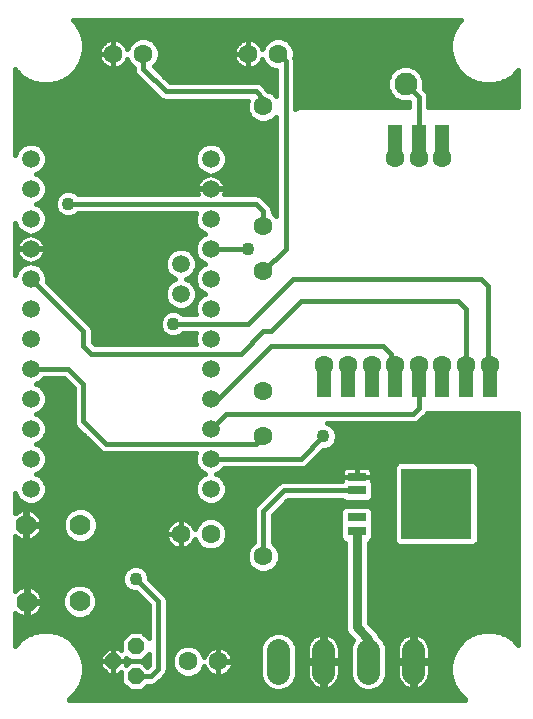
<source format=gtl>
G75*
%MOIN*%
%OFA0B0*%
%FSLAX25Y25*%
%IPPOS*%
%LPD*%
%AMOC8*
5,1,8,0,0,1.08239X$1,22.5*
%
%ADD10C,0.06299*%
%ADD11C,0.07000*%
%ADD12C,0.07600*%
%ADD13R,0.05000X0.10000*%
%ADD14R,0.06299X0.03150*%
%ADD15R,0.23622X0.23622*%
%ADD16OC8,0.05200*%
%ADD17C,0.06300*%
%ADD18C,0.05937*%
%ADD19C,0.07500*%
%ADD20C,0.04331*%
%ADD21C,0.01575*%
%ADD22C,0.01969*%
%ADD23C,0.03150*%
D10*
X0061787Y0061787D03*
X0071787Y0061787D03*
X0074287Y0019287D03*
X0064287Y0019287D03*
X0109661Y0118224D03*
X0117535Y0118224D03*
X0125409Y0118224D03*
X0133283Y0118224D03*
X0141157Y0118224D03*
X0149031Y0118224D03*
X0156906Y0118224D03*
X0164780Y0118224D03*
X0149031Y0187122D03*
X0141157Y0187122D03*
X0133283Y0187122D03*
X0094287Y0221787D03*
X0084287Y0221787D03*
X0049287Y0221787D03*
X0039287Y0221787D03*
D11*
X0028269Y0064774D03*
X0010237Y0064774D03*
X0010434Y0039183D03*
X0028072Y0039380D03*
D12*
X0136787Y0211787D03*
D13*
X0133283Y0193028D03*
X0141157Y0193028D03*
X0149031Y0193028D03*
X0149031Y0112319D03*
X0156906Y0112319D03*
X0164780Y0112319D03*
X0141157Y0112319D03*
X0133283Y0112319D03*
X0125409Y0112319D03*
X0117535Y0112319D03*
X0109661Y0112319D03*
D14*
X0120488Y0080764D03*
X0120488Y0076276D03*
X0120488Y0067299D03*
X0120488Y0062811D03*
D15*
X0146906Y0071787D03*
D16*
X0046787Y0024287D03*
X0039287Y0019287D03*
X0046787Y0014287D03*
D17*
X0089287Y0054287D03*
X0089287Y0094287D03*
X0089287Y0109287D03*
X0089287Y0149287D03*
X0089287Y0164287D03*
X0089287Y0204287D03*
D18*
X0071787Y0186787D03*
X0071787Y0176787D03*
X0071787Y0166787D03*
X0071787Y0156787D03*
X0071787Y0146787D03*
X0071787Y0136787D03*
X0071787Y0126787D03*
X0071787Y0116787D03*
X0071787Y0106787D03*
X0071787Y0096787D03*
X0071787Y0086787D03*
X0071787Y0076787D03*
X0061787Y0141787D03*
X0061787Y0151787D03*
X0011787Y0146787D03*
X0011787Y0136787D03*
X0011787Y0126787D03*
X0011787Y0116787D03*
X0011787Y0106787D03*
X0011787Y0096787D03*
X0011787Y0086787D03*
X0011787Y0076787D03*
X0011787Y0156787D03*
X0011787Y0166787D03*
X0011787Y0176787D03*
X0011787Y0186787D03*
D19*
X0094287Y0023037D02*
X0094287Y0015537D01*
X0109287Y0015537D02*
X0109287Y0023037D01*
X0124287Y0023037D02*
X0124287Y0015537D01*
X0139287Y0015537D02*
X0139287Y0023037D01*
D20*
X0139287Y0064287D03*
X0139287Y0071787D03*
X0139287Y0079287D03*
X0146787Y0079287D03*
X0146787Y0071787D03*
X0146787Y0064287D03*
X0154287Y0064287D03*
X0154287Y0071787D03*
X0154287Y0079287D03*
X0109287Y0094287D03*
X0084287Y0156787D03*
X0059287Y0131787D03*
X0024287Y0171787D03*
X0046787Y0046787D03*
D21*
X0006575Y0035565D02*
X0006575Y0024421D01*
X0006656Y0024562D01*
X0009013Y0026919D01*
X0011900Y0028586D01*
X0015120Y0029449D01*
X0018454Y0029449D01*
X0021675Y0028586D01*
X0024562Y0026919D01*
X0026919Y0024562D01*
X0028586Y0021675D01*
X0029449Y0018454D01*
X0029449Y0015120D01*
X0028586Y0011900D01*
X0026919Y0009013D01*
X0024562Y0006656D01*
X0024421Y0006575D01*
X0156653Y0006575D01*
X0156513Y0006656D01*
X0154156Y0009013D01*
X0152489Y0011900D01*
X0151626Y0015120D01*
X0151626Y0018454D01*
X0152489Y0021675D01*
X0154156Y0024562D01*
X0156513Y0026919D01*
X0159400Y0028586D01*
X0162620Y0029449D01*
X0165954Y0029449D01*
X0169175Y0028586D01*
X0172062Y0026919D01*
X0174165Y0024815D01*
X0174165Y0101925D01*
X0143849Y0101925D01*
X0143828Y0101873D01*
X0141957Y0100003D01*
X0141072Y0099117D01*
X0139914Y0098638D01*
X0110616Y0098638D01*
X0111852Y0098126D01*
X0113126Y0096852D01*
X0113815Y0095188D01*
X0113815Y0093387D01*
X0113126Y0091723D01*
X0111852Y0090449D01*
X0110188Y0089760D01*
X0109214Y0089760D01*
X0103572Y0084117D01*
X0102414Y0083638D01*
X0076177Y0083638D01*
X0074807Y0082268D01*
X0073646Y0081787D01*
X0074807Y0081307D01*
X0076307Y0079807D01*
X0077118Y0077848D01*
X0077118Y0075727D01*
X0076307Y0073768D01*
X0074807Y0072268D01*
X0072848Y0071457D01*
X0070727Y0071457D01*
X0068768Y0072268D01*
X0067268Y0073768D01*
X0066457Y0075727D01*
X0066457Y0077848D01*
X0067268Y0079807D01*
X0068768Y0081307D01*
X0069929Y0081787D01*
X0068768Y0082268D01*
X0067268Y0083768D01*
X0066457Y0085727D01*
X0066457Y0087848D01*
X0066784Y0088638D01*
X0036161Y0088638D01*
X0035003Y0089117D01*
X0034117Y0090003D01*
X0026617Y0097503D01*
X0026138Y0098661D01*
X0026138Y0110483D01*
X0022983Y0113638D01*
X0016177Y0113638D01*
X0014807Y0112268D01*
X0013646Y0111787D01*
X0014807Y0111307D01*
X0016307Y0109807D01*
X0017118Y0107848D01*
X0017118Y0105727D01*
X0016307Y0103768D01*
X0014807Y0102268D01*
X0013646Y0101787D01*
X0014807Y0101307D01*
X0016307Y0099807D01*
X0017118Y0097848D01*
X0017118Y0095727D01*
X0016307Y0093768D01*
X0014807Y0092268D01*
X0013646Y0091787D01*
X0014807Y0091307D01*
X0016307Y0089807D01*
X0017118Y0087848D01*
X0017118Y0085727D01*
X0016307Y0083768D01*
X0014807Y0082268D01*
X0013646Y0081787D01*
X0014807Y0081307D01*
X0016307Y0079807D01*
X0017118Y0077848D01*
X0017118Y0075727D01*
X0016307Y0073768D01*
X0014807Y0072268D01*
X0012848Y0071457D01*
X0010727Y0071457D01*
X0008768Y0072268D01*
X0007268Y0073768D01*
X0006575Y0075442D01*
X0006575Y0068589D01*
X0006792Y0068807D01*
X0007466Y0069296D01*
X0008207Y0069674D01*
X0008999Y0069931D01*
X0009821Y0070061D01*
X0009942Y0070061D01*
X0009942Y0065069D01*
X0010532Y0065069D01*
X0010532Y0070061D01*
X0010653Y0070061D01*
X0011475Y0069931D01*
X0012267Y0069674D01*
X0013008Y0069296D01*
X0013682Y0068807D01*
X0014270Y0068218D01*
X0014759Y0067545D01*
X0015137Y0066803D01*
X0015394Y0066012D01*
X0015524Y0065190D01*
X0015524Y0065069D01*
X0010532Y0065069D01*
X0010532Y0064478D01*
X0010532Y0059486D01*
X0010653Y0059486D01*
X0011475Y0059616D01*
X0012267Y0059874D01*
X0013008Y0060251D01*
X0013682Y0060741D01*
X0014270Y0061329D01*
X0014759Y0062002D01*
X0015137Y0062744D01*
X0015394Y0063535D01*
X0015524Y0064357D01*
X0015524Y0064478D01*
X0010532Y0064478D01*
X0009942Y0064478D01*
X0009942Y0059486D01*
X0009821Y0059486D01*
X0008999Y0059616D01*
X0008207Y0059874D01*
X0007466Y0060251D01*
X0006792Y0060741D01*
X0006575Y0060958D01*
X0006575Y0042802D01*
X0006989Y0043216D01*
X0007663Y0043705D01*
X0008404Y0044083D01*
X0009196Y0044340D01*
X0010018Y0044470D01*
X0010139Y0044470D01*
X0010139Y0039478D01*
X0010729Y0039478D01*
X0015721Y0039478D01*
X0015721Y0039599D01*
X0015591Y0040421D01*
X0015334Y0041213D01*
X0014956Y0041954D01*
X0014467Y0042628D01*
X0013878Y0043216D01*
X0013205Y0043705D01*
X0012464Y0044083D01*
X0011672Y0044340D01*
X0010850Y0044470D01*
X0010729Y0044470D01*
X0010729Y0039478D01*
X0010729Y0038888D01*
X0015721Y0038888D01*
X0015721Y0038767D01*
X0015591Y0037945D01*
X0015334Y0037153D01*
X0014956Y0036412D01*
X0014467Y0035739D01*
X0013878Y0035150D01*
X0013205Y0034661D01*
X0012464Y0034283D01*
X0011672Y0034026D01*
X0010850Y0033896D01*
X0010729Y0033896D01*
X0010729Y0038888D01*
X0010139Y0038888D01*
X0010139Y0033896D01*
X0010018Y0033896D01*
X0009196Y0034026D01*
X0008404Y0034283D01*
X0007663Y0034661D01*
X0006989Y0035150D01*
X0006575Y0035565D01*
X0006575Y0034827D02*
X0007434Y0034827D01*
X0006575Y0033254D02*
X0051138Y0033254D01*
X0051138Y0034827D02*
X0031809Y0034827D01*
X0031392Y0034410D02*
X0033041Y0036059D01*
X0033934Y0038214D01*
X0033934Y0040546D01*
X0033041Y0042701D01*
X0031392Y0044350D01*
X0029238Y0045242D01*
X0026906Y0045242D01*
X0024751Y0044350D01*
X0023102Y0042701D01*
X0022209Y0040546D01*
X0022209Y0038214D01*
X0023102Y0036059D01*
X0024751Y0034410D01*
X0026906Y0033518D01*
X0029238Y0033518D01*
X0031392Y0034410D01*
X0033183Y0036400D02*
X0051138Y0036400D01*
X0051138Y0037974D02*
X0033834Y0037974D01*
X0033934Y0039547D02*
X0049574Y0039547D01*
X0051138Y0037983D02*
X0051138Y0026955D01*
X0048843Y0029250D01*
X0044732Y0029250D01*
X0041825Y0026343D01*
X0041825Y0022954D01*
X0041105Y0023675D01*
X0039300Y0023675D01*
X0039300Y0019300D01*
X0039275Y0019300D01*
X0039275Y0023675D01*
X0037470Y0023675D01*
X0034900Y0021105D01*
X0034900Y0019300D01*
X0039275Y0019300D01*
X0039275Y0019275D01*
X0034900Y0019275D01*
X0034900Y0017470D01*
X0037470Y0014900D01*
X0039275Y0014900D01*
X0039275Y0019275D01*
X0039300Y0019275D01*
X0039300Y0019300D01*
X0043675Y0019300D01*
X0043675Y0020382D01*
X0044732Y0019325D01*
X0048843Y0019325D01*
X0051138Y0021620D01*
X0051138Y0018092D01*
X0050569Y0017523D01*
X0048843Y0019250D01*
X0044732Y0019250D01*
X0043675Y0018192D01*
X0043675Y0019275D01*
X0039300Y0019275D01*
X0039300Y0014900D01*
X0041105Y0014900D01*
X0041825Y0015620D01*
X0041825Y0012232D01*
X0044732Y0009325D01*
X0048843Y0009325D01*
X0050655Y0011138D01*
X0052414Y0011138D01*
X0053572Y0011617D01*
X0056072Y0014117D01*
X0056957Y0015003D01*
X0057437Y0016161D01*
X0057437Y0039914D01*
X0056957Y0041072D01*
X0051315Y0046714D01*
X0051315Y0047688D01*
X0050626Y0049352D01*
X0049352Y0050626D01*
X0047688Y0051315D01*
X0045887Y0051315D01*
X0044223Y0050626D01*
X0042949Y0049352D01*
X0042260Y0047688D01*
X0042260Y0045887D01*
X0042949Y0044223D01*
X0044223Y0042949D01*
X0045887Y0042260D01*
X0046861Y0042260D01*
X0051138Y0037983D01*
X0054287Y0039287D02*
X0046787Y0046787D01*
X0044840Y0042694D02*
X0033044Y0042694D01*
X0033696Y0041120D02*
X0048000Y0041120D01*
X0052189Y0045840D02*
X0116551Y0045840D01*
X0116551Y0044267D02*
X0053762Y0044267D01*
X0055335Y0042694D02*
X0116551Y0042694D01*
X0116551Y0041120D02*
X0056909Y0041120D01*
X0057437Y0039547D02*
X0116551Y0039547D01*
X0116551Y0037974D02*
X0057437Y0037974D01*
X0057437Y0036400D02*
X0116551Y0036400D01*
X0116551Y0034827D02*
X0057437Y0034827D01*
X0057437Y0033254D02*
X0116551Y0033254D01*
X0116551Y0031680D02*
X0057437Y0031680D01*
X0057437Y0030107D02*
X0116551Y0030107D01*
X0116551Y0029803D02*
X0117151Y0028356D01*
X0119077Y0026430D01*
X0118175Y0024253D01*
X0118175Y0014322D01*
X0119106Y0012075D01*
X0120825Y0010356D01*
X0123072Y0009425D01*
X0125503Y0009425D01*
X0127750Y0010356D01*
X0129469Y0012075D01*
X0130400Y0014322D01*
X0130400Y0024253D01*
X0129469Y0026500D01*
X0128101Y0027867D01*
X0127625Y0029018D01*
X0126518Y0030125D01*
X0124425Y0032217D01*
X0124425Y0058874D01*
X0124616Y0058874D01*
X0126000Y0060258D01*
X0126000Y0069852D01*
X0124616Y0071236D01*
X0116360Y0071236D01*
X0114976Y0069852D01*
X0114976Y0060258D01*
X0116360Y0058874D01*
X0116551Y0058874D01*
X0116551Y0029803D01*
X0117077Y0028534D02*
X0109982Y0028534D01*
X0109750Y0028534D02*
X0108825Y0028534D01*
X0108825Y0028571D02*
X0107991Y0028438D01*
X0107162Y0028169D01*
X0106385Y0027773D01*
X0105680Y0027261D01*
X0105064Y0026645D01*
X0104551Y0025940D01*
X0104156Y0025163D01*
X0103886Y0024334D01*
X0103750Y0023473D01*
X0103750Y0019750D01*
X0108825Y0019750D01*
X0108825Y0028571D01*
X0108592Y0028534D02*
X0096990Y0028534D01*
X0097750Y0028219D02*
X0095503Y0029150D01*
X0093072Y0029150D01*
X0090825Y0028219D01*
X0089106Y0026500D01*
X0088175Y0024253D01*
X0088175Y0014322D01*
X0089106Y0012075D01*
X0090825Y0010356D01*
X0093072Y0009425D01*
X0095503Y0009425D01*
X0097750Y0010356D01*
X0099469Y0012075D01*
X0100400Y0014322D01*
X0100400Y0024253D01*
X0099469Y0026500D01*
X0097750Y0028219D01*
X0099008Y0026960D02*
X0105379Y0026960D01*
X0104270Y0025387D02*
X0099930Y0025387D01*
X0100400Y0023814D02*
X0103804Y0023814D01*
X0103750Y0022240D02*
X0100400Y0022240D01*
X0100400Y0020667D02*
X0103750Y0020667D01*
X0103750Y0018825D02*
X0103750Y0015102D01*
X0103886Y0014241D01*
X0104156Y0013412D01*
X0104551Y0012635D01*
X0105064Y0011930D01*
X0105680Y0011314D01*
X0106385Y0010801D01*
X0107162Y0010406D01*
X0107991Y0010136D01*
X0108825Y0010004D01*
X0108825Y0018825D01*
X0109750Y0018825D01*
X0109750Y0019750D01*
X0114825Y0019750D01*
X0114825Y0023473D01*
X0114688Y0024334D01*
X0114419Y0025163D01*
X0114023Y0025940D01*
X0113511Y0026645D01*
X0112895Y0027261D01*
X0112190Y0027773D01*
X0111413Y0028169D01*
X0110584Y0028438D01*
X0109750Y0028571D01*
X0109750Y0019750D01*
X0108825Y0019750D01*
X0108825Y0018825D01*
X0103750Y0018825D01*
X0103750Y0017521D02*
X0100400Y0017521D01*
X0100400Y0019094D02*
X0108825Y0019094D01*
X0109750Y0019094D02*
X0118175Y0019094D01*
X0118175Y0020667D02*
X0114825Y0020667D01*
X0114825Y0022240D02*
X0118175Y0022240D01*
X0118175Y0023814D02*
X0114771Y0023814D01*
X0114305Y0025387D02*
X0118645Y0025387D01*
X0118547Y0026960D02*
X0113195Y0026960D01*
X0109750Y0026960D02*
X0108825Y0026960D01*
X0108825Y0025387D02*
X0109750Y0025387D01*
X0109750Y0023814D02*
X0108825Y0023814D01*
X0108825Y0022240D02*
X0109750Y0022240D01*
X0109750Y0020667D02*
X0108825Y0020667D01*
X0109750Y0018825D02*
X0114825Y0018825D01*
X0114825Y0015102D01*
X0114688Y0014241D01*
X0114419Y0013412D01*
X0114023Y0012635D01*
X0113511Y0011930D01*
X0112895Y0011314D01*
X0112190Y0010801D01*
X0111413Y0010406D01*
X0110584Y0010136D01*
X0109750Y0010004D01*
X0109750Y0018825D01*
X0109750Y0017521D02*
X0108825Y0017521D01*
X0108825Y0015947D02*
X0109750Y0015947D01*
X0109750Y0014374D02*
X0108825Y0014374D01*
X0108825Y0012801D02*
X0109750Y0012801D01*
X0109750Y0011227D02*
X0108825Y0011227D01*
X0105799Y0011227D02*
X0098621Y0011227D01*
X0099770Y0012801D02*
X0104467Y0012801D01*
X0103865Y0014374D02*
X0100400Y0014374D01*
X0100400Y0015947D02*
X0103750Y0015947D01*
X0096055Y0009654D02*
X0122519Y0009654D01*
X0119954Y0011227D02*
X0112776Y0011227D01*
X0114108Y0012801D02*
X0118805Y0012801D01*
X0118175Y0014374D02*
X0114710Y0014374D01*
X0114825Y0015947D02*
X0118175Y0015947D01*
X0118175Y0017521D02*
X0114825Y0017521D01*
X0126055Y0009654D02*
X0153786Y0009654D01*
X0152877Y0011227D02*
X0142776Y0011227D01*
X0142895Y0011314D02*
X0143511Y0011930D01*
X0144023Y0012635D01*
X0144419Y0013412D01*
X0144688Y0014241D01*
X0144825Y0015102D01*
X0144825Y0018825D01*
X0139750Y0018825D01*
X0139750Y0019750D01*
X0144825Y0019750D01*
X0144825Y0023473D01*
X0144688Y0024334D01*
X0144419Y0025163D01*
X0144023Y0025940D01*
X0143511Y0026645D01*
X0142895Y0027261D01*
X0142190Y0027773D01*
X0141413Y0028169D01*
X0140584Y0028438D01*
X0139750Y0028571D01*
X0139750Y0019750D01*
X0138825Y0019750D01*
X0138825Y0028571D01*
X0137991Y0028438D01*
X0137162Y0028169D01*
X0136385Y0027773D01*
X0135680Y0027261D01*
X0135064Y0026645D01*
X0134551Y0025940D01*
X0134156Y0025163D01*
X0133886Y0024334D01*
X0133750Y0023473D01*
X0133750Y0019750D01*
X0138825Y0019750D01*
X0138825Y0018825D01*
X0139750Y0018825D01*
X0139750Y0010004D01*
X0140584Y0010136D01*
X0141413Y0010406D01*
X0142190Y0010801D01*
X0142895Y0011314D01*
X0144108Y0012801D02*
X0152248Y0012801D01*
X0151826Y0014374D02*
X0144710Y0014374D01*
X0144825Y0015947D02*
X0151626Y0015947D01*
X0151626Y0017521D02*
X0144825Y0017521D01*
X0144825Y0020667D02*
X0152219Y0020667D01*
X0151797Y0019094D02*
X0139750Y0019094D01*
X0138825Y0019094D02*
X0130400Y0019094D01*
X0130400Y0020667D02*
X0133750Y0020667D01*
X0133750Y0022240D02*
X0130400Y0022240D01*
X0130400Y0023814D02*
X0133804Y0023814D01*
X0134270Y0025387D02*
X0129930Y0025387D01*
X0129008Y0026960D02*
X0135379Y0026960D01*
X0138825Y0026960D02*
X0139750Y0026960D01*
X0139750Y0025387D02*
X0138825Y0025387D01*
X0138825Y0023814D02*
X0139750Y0023814D01*
X0139750Y0022240D02*
X0138825Y0022240D01*
X0138825Y0020667D02*
X0139750Y0020667D01*
X0138825Y0018825D02*
X0133750Y0018825D01*
X0133750Y0015102D01*
X0133886Y0014241D01*
X0134156Y0013412D01*
X0134551Y0012635D01*
X0135064Y0011930D01*
X0135680Y0011314D01*
X0136385Y0010801D01*
X0137162Y0010406D01*
X0137991Y0010136D01*
X0138825Y0010004D01*
X0138825Y0018825D01*
X0138825Y0017521D02*
X0139750Y0017521D01*
X0139750Y0015947D02*
X0138825Y0015947D01*
X0138825Y0014374D02*
X0139750Y0014374D01*
X0139750Y0012801D02*
X0138825Y0012801D01*
X0138825Y0011227D02*
X0139750Y0011227D01*
X0135799Y0011227D02*
X0128621Y0011227D01*
X0129770Y0012801D02*
X0134467Y0012801D01*
X0133865Y0014374D02*
X0130400Y0014374D01*
X0130400Y0015947D02*
X0133750Y0015947D01*
X0133750Y0017521D02*
X0130400Y0017521D01*
X0127825Y0028534D02*
X0138592Y0028534D01*
X0138825Y0028534D02*
X0139750Y0028534D01*
X0139982Y0028534D02*
X0159310Y0028534D01*
X0156585Y0026960D02*
X0143195Y0026960D01*
X0144305Y0025387D02*
X0154981Y0025387D01*
X0153724Y0023814D02*
X0144771Y0023814D01*
X0144825Y0022240D02*
X0152816Y0022240D01*
X0155088Y0008081D02*
X0025987Y0008081D01*
X0027289Y0009654D02*
X0044403Y0009654D01*
X0042830Y0011227D02*
X0028197Y0011227D01*
X0028827Y0012801D02*
X0041825Y0012801D01*
X0041825Y0014374D02*
X0029249Y0014374D01*
X0029449Y0015947D02*
X0036423Y0015947D01*
X0034900Y0017521D02*
X0029449Y0017521D01*
X0029277Y0019094D02*
X0034900Y0019094D01*
X0034900Y0020667D02*
X0028856Y0020667D01*
X0028259Y0022240D02*
X0036036Y0022240D01*
X0039275Y0022240D02*
X0039300Y0022240D01*
X0039275Y0020667D02*
X0039300Y0020667D01*
X0039275Y0019094D02*
X0039300Y0019094D01*
X0039275Y0017521D02*
X0039300Y0017521D01*
X0039275Y0015947D02*
X0039300Y0015947D01*
X0043675Y0019094D02*
X0044576Y0019094D01*
X0046787Y0014287D02*
X0051787Y0014287D01*
X0054287Y0016787D01*
X0054287Y0039287D01*
X0051138Y0031680D02*
X0006575Y0031680D01*
X0006575Y0030107D02*
X0051138Y0030107D01*
X0051138Y0028534D02*
X0049559Y0028534D01*
X0051132Y0026960D02*
X0051138Y0026960D01*
X0051138Y0020667D02*
X0050185Y0020667D01*
X0051138Y0019094D02*
X0048999Y0019094D01*
X0054755Y0012801D02*
X0088805Y0012801D01*
X0088175Y0014374D02*
X0074824Y0014374D01*
X0074676Y0014350D02*
X0075443Y0014472D01*
X0076183Y0014712D01*
X0076875Y0015065D01*
X0077504Y0015522D01*
X0078053Y0016071D01*
X0078510Y0016700D01*
X0078863Y0017392D01*
X0079103Y0018131D01*
X0079224Y0018899D01*
X0079224Y0019189D01*
X0074386Y0019189D01*
X0074386Y0019386D01*
X0079224Y0019386D01*
X0079224Y0019676D01*
X0079103Y0020443D01*
X0078863Y0021183D01*
X0078510Y0021875D01*
X0078053Y0022504D01*
X0077504Y0023053D01*
X0076875Y0023510D01*
X0076183Y0023863D01*
X0075443Y0024103D01*
X0074676Y0024224D01*
X0074386Y0024224D01*
X0074386Y0019386D01*
X0074189Y0019386D01*
X0074189Y0024224D01*
X0073899Y0024224D01*
X0073131Y0024103D01*
X0072392Y0023863D01*
X0071700Y0023510D01*
X0071071Y0023053D01*
X0070522Y0022504D01*
X0070065Y0021875D01*
X0069712Y0021183D01*
X0069605Y0020853D01*
X0068960Y0022410D01*
X0067410Y0023960D01*
X0065384Y0024799D01*
X0063191Y0024799D01*
X0061165Y0023960D01*
X0059615Y0022410D01*
X0058776Y0020384D01*
X0058776Y0018191D01*
X0059615Y0016165D01*
X0061165Y0014615D01*
X0063191Y0013776D01*
X0065384Y0013776D01*
X0067410Y0014615D01*
X0068960Y0016165D01*
X0069605Y0017722D01*
X0069712Y0017392D01*
X0070065Y0016700D01*
X0070522Y0016071D01*
X0071071Y0015522D01*
X0071700Y0015065D01*
X0072392Y0014712D01*
X0073131Y0014472D01*
X0073899Y0014350D01*
X0074189Y0014350D01*
X0074189Y0019189D01*
X0074386Y0019189D01*
X0074386Y0014350D01*
X0074676Y0014350D01*
X0074386Y0014374D02*
X0074189Y0014374D01*
X0073750Y0014374D02*
X0066828Y0014374D01*
X0068742Y0015947D02*
X0070646Y0015947D01*
X0069670Y0017521D02*
X0069521Y0017521D01*
X0074189Y0017521D02*
X0074386Y0017521D01*
X0074386Y0019094D02*
X0074189Y0019094D01*
X0074189Y0020667D02*
X0074386Y0020667D01*
X0074386Y0022240D02*
X0074189Y0022240D01*
X0074189Y0023814D02*
X0074386Y0023814D01*
X0076279Y0023814D02*
X0088175Y0023814D01*
X0088175Y0022240D02*
X0078244Y0022240D01*
X0079030Y0020667D02*
X0088175Y0020667D01*
X0088175Y0019094D02*
X0079224Y0019094D01*
X0078904Y0017521D02*
X0088175Y0017521D01*
X0088175Y0015947D02*
X0077929Y0015947D01*
X0074386Y0015947D02*
X0074189Y0015947D01*
X0070330Y0022240D02*
X0069030Y0022240D01*
X0067556Y0023814D02*
X0072296Y0023814D01*
X0061747Y0014374D02*
X0056328Y0014374D01*
X0057348Y0015947D02*
X0059833Y0015947D01*
X0059053Y0017521D02*
X0057437Y0017521D01*
X0057437Y0019094D02*
X0058776Y0019094D01*
X0058893Y0020667D02*
X0057437Y0020667D01*
X0057437Y0022240D02*
X0059545Y0022240D01*
X0061019Y0023814D02*
X0057437Y0023814D01*
X0057437Y0025387D02*
X0088645Y0025387D01*
X0089566Y0026960D02*
X0057437Y0026960D01*
X0057437Y0028534D02*
X0091585Y0028534D01*
X0089954Y0011227D02*
X0052630Y0011227D01*
X0049172Y0009654D02*
X0092519Y0009654D01*
X0116551Y0047414D02*
X0051315Y0047414D01*
X0050777Y0048987D02*
X0087680Y0048987D01*
X0088191Y0048775D02*
X0090384Y0048775D01*
X0092410Y0049614D01*
X0093960Y0051165D01*
X0094800Y0053191D01*
X0094800Y0055384D01*
X0093960Y0057410D01*
X0092437Y0058933D01*
X0092437Y0067983D01*
X0097580Y0073126D01*
X0115573Y0073126D01*
X0116360Y0072339D01*
X0124616Y0072339D01*
X0126000Y0073722D01*
X0126000Y0078829D01*
X0125425Y0079404D01*
X0125425Y0080764D01*
X0125425Y0082574D01*
X0125303Y0083028D01*
X0125068Y0083436D01*
X0124735Y0083769D01*
X0124328Y0084004D01*
X0123873Y0084126D01*
X0120488Y0084126D01*
X0117103Y0084126D01*
X0116649Y0084004D01*
X0116241Y0083769D01*
X0115908Y0083436D01*
X0115673Y0083028D01*
X0115551Y0082574D01*
X0115551Y0080764D01*
X0120488Y0080764D01*
X0120488Y0084126D01*
X0120488Y0080764D01*
X0120488Y0080764D01*
X0120488Y0080764D01*
X0115551Y0080764D01*
X0115551Y0079425D01*
X0095649Y0079425D01*
X0094491Y0078946D01*
X0087503Y0071957D01*
X0086617Y0071072D01*
X0086138Y0069914D01*
X0086138Y0058933D01*
X0084614Y0057410D01*
X0083775Y0055384D01*
X0083775Y0053191D01*
X0084614Y0051165D01*
X0086165Y0049614D01*
X0088191Y0048775D01*
X0085219Y0050560D02*
X0049418Y0050560D01*
X0044157Y0050560D02*
X0006575Y0050560D01*
X0006575Y0048987D02*
X0042798Y0048987D01*
X0042260Y0047414D02*
X0006575Y0047414D01*
X0006575Y0045840D02*
X0042279Y0045840D01*
X0042931Y0044267D02*
X0031475Y0044267D01*
X0024668Y0044267D02*
X0011898Y0044267D01*
X0010729Y0044267D02*
X0010139Y0044267D01*
X0008970Y0044267D02*
X0006575Y0044267D01*
X0010139Y0042694D02*
X0010729Y0042694D01*
X0010729Y0041120D02*
X0010139Y0041120D01*
X0010139Y0039547D02*
X0010729Y0039547D01*
X0010729Y0037974D02*
X0010139Y0037974D01*
X0010139Y0036400D02*
X0010729Y0036400D01*
X0010729Y0034827D02*
X0010139Y0034827D01*
X0013434Y0034827D02*
X0024334Y0034827D01*
X0022961Y0036400D02*
X0014948Y0036400D01*
X0015596Y0037974D02*
X0022309Y0037974D01*
X0022209Y0039547D02*
X0015721Y0039547D01*
X0015364Y0041120D02*
X0022447Y0041120D01*
X0023099Y0042694D02*
X0014401Y0042694D01*
X0006575Y0052133D02*
X0084213Y0052133D01*
X0083775Y0053707D02*
X0006575Y0053707D01*
X0006575Y0055280D02*
X0083775Y0055280D01*
X0084384Y0056853D02*
X0074279Y0056853D01*
X0074910Y0057115D02*
X0076460Y0058665D01*
X0077299Y0060691D01*
X0077299Y0062884D01*
X0076460Y0064910D01*
X0074910Y0066460D01*
X0072884Y0067299D01*
X0070691Y0067299D01*
X0068665Y0066460D01*
X0067115Y0064910D01*
X0066470Y0063353D01*
X0066363Y0063683D01*
X0066010Y0064375D01*
X0065553Y0065004D01*
X0065004Y0065553D01*
X0064375Y0066010D01*
X0063683Y0066363D01*
X0062943Y0066603D01*
X0062176Y0066724D01*
X0061787Y0066724D01*
X0061399Y0066724D01*
X0060631Y0066603D01*
X0059892Y0066363D01*
X0059200Y0066010D01*
X0058571Y0065553D01*
X0058022Y0065004D01*
X0057565Y0064375D01*
X0057212Y0063683D01*
X0056972Y0062943D01*
X0056850Y0062176D01*
X0056850Y0061787D01*
X0056850Y0061399D01*
X0056972Y0060631D01*
X0057212Y0059892D01*
X0057565Y0059200D01*
X0058022Y0058571D01*
X0058571Y0058022D01*
X0059200Y0057565D01*
X0059892Y0057212D01*
X0060631Y0056972D01*
X0061399Y0056850D01*
X0061787Y0056850D01*
X0061787Y0061787D01*
X0056850Y0061787D01*
X0061787Y0061787D01*
X0061787Y0061787D01*
X0061787Y0061787D01*
X0061787Y0056850D01*
X0062176Y0056850D01*
X0062943Y0056972D01*
X0063683Y0057212D01*
X0064375Y0057565D01*
X0065004Y0058022D01*
X0065553Y0058571D01*
X0066010Y0059200D01*
X0066363Y0059892D01*
X0066470Y0060222D01*
X0067115Y0058665D01*
X0068665Y0057115D01*
X0070691Y0056276D01*
X0072884Y0056276D01*
X0074910Y0057115D01*
X0076222Y0058427D02*
X0085631Y0058427D01*
X0086138Y0060000D02*
X0077013Y0060000D01*
X0077299Y0061573D02*
X0086138Y0061573D01*
X0086138Y0063147D02*
X0077190Y0063147D01*
X0076539Y0064720D02*
X0086138Y0064720D01*
X0086138Y0066293D02*
X0075076Y0066293D01*
X0075125Y0072587D02*
X0088132Y0072587D01*
X0086593Y0071013D02*
X0006575Y0071013D01*
X0006575Y0069440D02*
X0007749Y0069440D01*
X0009942Y0069440D02*
X0010532Y0069440D01*
X0010532Y0067867D02*
X0009942Y0067867D01*
X0009942Y0066293D02*
X0010532Y0066293D01*
X0010532Y0064720D02*
X0022406Y0064720D01*
X0022406Y0063608D02*
X0022406Y0065940D01*
X0023299Y0068094D01*
X0024948Y0069743D01*
X0027102Y0070636D01*
X0029435Y0070636D01*
X0031589Y0069743D01*
X0033238Y0068094D01*
X0034131Y0065940D01*
X0034131Y0063608D01*
X0033238Y0061453D01*
X0031589Y0059804D01*
X0029435Y0058911D01*
X0027102Y0058911D01*
X0024948Y0059804D01*
X0023299Y0061453D01*
X0022406Y0063608D01*
X0022597Y0063147D02*
X0015268Y0063147D01*
X0014447Y0061573D02*
X0023249Y0061573D01*
X0024752Y0060000D02*
X0012515Y0060000D01*
X0010532Y0060000D02*
X0009942Y0060000D01*
X0009942Y0061573D02*
X0010532Y0061573D01*
X0010532Y0063147D02*
X0009942Y0063147D01*
X0007959Y0060000D02*
X0006575Y0060000D01*
X0006575Y0058427D02*
X0058166Y0058427D01*
X0057177Y0060000D02*
X0031785Y0060000D01*
X0033288Y0061573D02*
X0056850Y0061573D01*
X0057038Y0063147D02*
X0033940Y0063147D01*
X0034131Y0064720D02*
X0057816Y0064720D01*
X0059756Y0066293D02*
X0033984Y0066293D01*
X0033333Y0067867D02*
X0086138Y0067867D01*
X0086138Y0069440D02*
X0031893Y0069440D01*
X0024644Y0069440D02*
X0012725Y0069440D01*
X0014525Y0067867D02*
X0023204Y0067867D01*
X0022553Y0066293D02*
X0015303Y0066293D01*
X0015125Y0072587D02*
X0068449Y0072587D01*
X0067106Y0074160D02*
X0016469Y0074160D01*
X0017118Y0075733D02*
X0066457Y0075733D01*
X0066457Y0077306D02*
X0017118Y0077306D01*
X0016691Y0078880D02*
X0066884Y0078880D01*
X0067914Y0080453D02*
X0015660Y0080453D01*
X0014223Y0082026D02*
X0069352Y0082026D01*
X0067436Y0083600D02*
X0016139Y0083600D01*
X0016889Y0085173D02*
X0066686Y0085173D01*
X0066457Y0086746D02*
X0017118Y0086746D01*
X0016923Y0088320D02*
X0066652Y0088320D01*
X0071787Y0086787D02*
X0101787Y0086787D01*
X0109287Y0094287D01*
X0112218Y0097760D02*
X0174165Y0097760D01*
X0174165Y0099333D02*
X0141287Y0099333D01*
X0142860Y0100906D02*
X0174165Y0100906D01*
X0174165Y0096186D02*
X0113401Y0096186D01*
X0113815Y0094613D02*
X0174165Y0094613D01*
X0174165Y0093040D02*
X0113671Y0093040D01*
X0112869Y0091466D02*
X0174165Y0091466D01*
X0174165Y0089893D02*
X0110509Y0089893D01*
X0107774Y0088320D02*
X0174165Y0088320D01*
X0174165Y0086746D02*
X0106201Y0086746D01*
X0104627Y0085173D02*
X0133328Y0085173D01*
X0132732Y0084577D02*
X0132732Y0058998D01*
X0134116Y0057614D01*
X0159695Y0057614D01*
X0161079Y0058998D01*
X0161079Y0084577D01*
X0159695Y0085961D01*
X0134116Y0085961D01*
X0132732Y0084577D01*
X0132732Y0083600D02*
X0124904Y0083600D01*
X0125425Y0082026D02*
X0132732Y0082026D01*
X0132732Y0080453D02*
X0125425Y0080453D01*
X0125425Y0080764D02*
X0120488Y0080764D01*
X0125425Y0080764D01*
X0125949Y0078880D02*
X0132732Y0078880D01*
X0132732Y0077306D02*
X0126000Y0077306D01*
X0126000Y0075733D02*
X0132732Y0075733D01*
X0132732Y0074160D02*
X0126000Y0074160D01*
X0124864Y0072587D02*
X0132732Y0072587D01*
X0132732Y0071013D02*
X0124839Y0071013D01*
X0126000Y0069440D02*
X0132732Y0069440D01*
X0132732Y0067867D02*
X0126000Y0067867D01*
X0126000Y0066293D02*
X0132732Y0066293D01*
X0132732Y0064720D02*
X0126000Y0064720D01*
X0126000Y0063147D02*
X0132732Y0063147D01*
X0132732Y0061573D02*
X0126000Y0061573D01*
X0125742Y0060000D02*
X0132732Y0060000D01*
X0133303Y0058427D02*
X0124425Y0058427D01*
X0124425Y0056853D02*
X0174165Y0056853D01*
X0174165Y0055280D02*
X0124425Y0055280D01*
X0124425Y0053707D02*
X0174165Y0053707D01*
X0174165Y0052133D02*
X0124425Y0052133D01*
X0124425Y0050560D02*
X0174165Y0050560D01*
X0174165Y0048987D02*
X0124425Y0048987D01*
X0124425Y0047414D02*
X0174165Y0047414D01*
X0174165Y0045840D02*
X0124425Y0045840D01*
X0124425Y0044267D02*
X0174165Y0044267D01*
X0174165Y0042694D02*
X0124425Y0042694D01*
X0124425Y0041120D02*
X0174165Y0041120D01*
X0174165Y0039547D02*
X0124425Y0039547D01*
X0124425Y0037974D02*
X0174165Y0037974D01*
X0174165Y0036400D02*
X0124425Y0036400D01*
X0124425Y0034827D02*
X0174165Y0034827D01*
X0174165Y0033254D02*
X0124425Y0033254D01*
X0124962Y0031680D02*
X0174165Y0031680D01*
X0174165Y0030107D02*
X0126535Y0030107D01*
X0116551Y0048987D02*
X0090895Y0048987D01*
X0093356Y0050560D02*
X0116551Y0050560D01*
X0116551Y0052133D02*
X0094362Y0052133D01*
X0094800Y0053707D02*
X0116551Y0053707D01*
X0116551Y0055280D02*
X0094800Y0055280D01*
X0094191Y0056853D02*
X0116551Y0056853D01*
X0116551Y0058427D02*
X0092943Y0058427D01*
X0092437Y0060000D02*
X0115234Y0060000D01*
X0114976Y0061573D02*
X0092437Y0061573D01*
X0092437Y0063147D02*
X0114976Y0063147D01*
X0114976Y0064720D02*
X0092437Y0064720D01*
X0092437Y0066293D02*
X0114976Y0066293D01*
X0114976Y0067867D02*
X0092437Y0067867D01*
X0093894Y0069440D02*
X0114976Y0069440D01*
X0116137Y0071013D02*
X0095467Y0071013D01*
X0097041Y0072587D02*
X0116112Y0072587D01*
X0120488Y0076276D02*
X0096276Y0076276D01*
X0089287Y0069287D01*
X0089287Y0054287D01*
X0089706Y0074160D02*
X0076469Y0074160D01*
X0077118Y0075733D02*
X0091279Y0075733D01*
X0092852Y0077306D02*
X0077118Y0077306D01*
X0076691Y0078880D02*
X0094426Y0078880D01*
X0086787Y0091787D02*
X0089287Y0094287D01*
X0086787Y0091787D02*
X0036787Y0091787D01*
X0029287Y0099287D01*
X0029287Y0111787D01*
X0024287Y0116787D01*
X0011787Y0116787D01*
X0013965Y0111919D02*
X0024701Y0111919D01*
X0026138Y0110346D02*
X0015767Y0110346D01*
X0016735Y0108773D02*
X0026138Y0108773D01*
X0026138Y0107199D02*
X0017118Y0107199D01*
X0017076Y0105626D02*
X0026138Y0105626D01*
X0026138Y0104053D02*
X0016425Y0104053D01*
X0015018Y0102480D02*
X0026138Y0102480D01*
X0026138Y0100906D02*
X0015207Y0100906D01*
X0016503Y0099333D02*
X0026138Y0099333D01*
X0026511Y0097760D02*
X0017118Y0097760D01*
X0017118Y0096186D02*
X0027934Y0096186D01*
X0029508Y0094613D02*
X0016657Y0094613D01*
X0015578Y0093040D02*
X0031081Y0093040D01*
X0032654Y0091466D02*
X0014421Y0091466D01*
X0016221Y0089893D02*
X0034228Y0089893D01*
X0023128Y0113493D02*
X0016031Y0113493D01*
X0029287Y0124287D02*
X0029287Y0129287D01*
X0011787Y0146787D01*
X0006575Y0148133D02*
X0007268Y0149807D01*
X0008768Y0151307D01*
X0010727Y0152118D01*
X0010866Y0152118D01*
X0010674Y0152149D01*
X0009962Y0152380D01*
X0009295Y0152720D01*
X0008689Y0153160D01*
X0008160Y0153689D01*
X0007720Y0154295D01*
X0007380Y0154962D01*
X0007149Y0155674D01*
X0007031Y0156413D01*
X0007031Y0156591D01*
X0011590Y0156591D01*
X0011590Y0156984D01*
X0007031Y0156984D01*
X0007031Y0157162D01*
X0007149Y0157901D01*
X0007380Y0158613D01*
X0007720Y0159280D01*
X0008160Y0159886D01*
X0008689Y0160415D01*
X0009295Y0160855D01*
X0009962Y0161195D01*
X0010674Y0161426D01*
X0010866Y0161457D01*
X0010727Y0161457D01*
X0008768Y0162268D01*
X0007268Y0163768D01*
X0006575Y0165442D01*
X0006575Y0148133D01*
X0006575Y0149679D02*
X0007215Y0149679D01*
X0006575Y0151252D02*
X0008714Y0151252D01*
X0009149Y0152826D02*
X0006575Y0152826D01*
X0006575Y0154399D02*
X0007667Y0154399D01*
X0007101Y0155972D02*
X0006575Y0155972D01*
X0006575Y0157546D02*
X0007092Y0157546D01*
X0006575Y0159119D02*
X0007638Y0159119D01*
X0006575Y0160692D02*
X0009071Y0160692D01*
X0008774Y0162265D02*
X0006575Y0162265D01*
X0006575Y0163839D02*
X0007239Y0163839D01*
X0006587Y0165412D02*
X0006575Y0165412D01*
X0012708Y0161457D02*
X0012848Y0161457D01*
X0014807Y0162268D01*
X0016307Y0163768D01*
X0017118Y0165727D01*
X0017118Y0167848D01*
X0016307Y0169807D01*
X0014807Y0171307D01*
X0013646Y0171787D01*
X0014807Y0172268D01*
X0016307Y0173768D01*
X0017118Y0175727D01*
X0017118Y0177848D01*
X0016307Y0179807D01*
X0014807Y0181307D01*
X0013646Y0181787D01*
X0014807Y0182268D01*
X0016307Y0183768D01*
X0017118Y0185727D01*
X0017118Y0187848D01*
X0016307Y0189807D01*
X0014807Y0191307D01*
X0012848Y0192118D01*
X0010727Y0192118D01*
X0008768Y0191307D01*
X0007268Y0189807D01*
X0006575Y0188133D01*
X0006575Y0216653D01*
X0006656Y0216513D01*
X0009013Y0214156D01*
X0011900Y0212489D01*
X0015120Y0211626D01*
X0018454Y0211626D01*
X0021675Y0212489D01*
X0024562Y0214156D01*
X0026919Y0216513D01*
X0028586Y0219400D01*
X0029449Y0222620D01*
X0029449Y0225954D01*
X0028586Y0229175D01*
X0026919Y0232062D01*
X0025760Y0233220D01*
X0155315Y0233220D01*
X0154156Y0232062D01*
X0152489Y0229175D01*
X0151626Y0225954D01*
X0151626Y0222620D01*
X0152489Y0219400D01*
X0154156Y0216513D01*
X0156513Y0214156D01*
X0159400Y0212489D01*
X0162620Y0211626D01*
X0165954Y0211626D01*
X0169175Y0212489D01*
X0172062Y0214156D01*
X0174165Y0216259D01*
X0174165Y0204150D01*
X0144307Y0204150D01*
X0144307Y0208044D01*
X0143828Y0209201D01*
X0142808Y0210221D01*
X0142950Y0210562D01*
X0142950Y0213013D01*
X0142011Y0215278D01*
X0140278Y0217011D01*
X0138013Y0217950D01*
X0135562Y0217950D01*
X0133297Y0217011D01*
X0131563Y0215278D01*
X0130625Y0213013D01*
X0130625Y0210562D01*
X0131563Y0208297D01*
X0133297Y0206563D01*
X0135562Y0205625D01*
X0138008Y0205625D01*
X0138008Y0204150D01*
X0100809Y0204150D01*
X0099937Y0203278D01*
X0099937Y0219914D01*
X0099707Y0220469D01*
X0099799Y0220691D01*
X0099799Y0222884D01*
X0098960Y0224910D01*
X0097410Y0226460D01*
X0095384Y0227299D01*
X0093191Y0227299D01*
X0091165Y0226460D01*
X0089615Y0224910D01*
X0088970Y0223353D01*
X0088863Y0223683D01*
X0088510Y0224375D01*
X0088053Y0225004D01*
X0087504Y0225553D01*
X0086875Y0226010D01*
X0086183Y0226363D01*
X0085443Y0226603D01*
X0084676Y0226724D01*
X0084287Y0226724D01*
X0083899Y0226724D01*
X0083131Y0226603D01*
X0082392Y0226363D01*
X0081700Y0226010D01*
X0081071Y0225553D01*
X0080522Y0225004D01*
X0080065Y0224375D01*
X0079712Y0223683D01*
X0079472Y0222943D01*
X0079350Y0222176D01*
X0079350Y0221787D01*
X0079350Y0221399D01*
X0079472Y0220631D01*
X0079712Y0219892D01*
X0080065Y0219200D01*
X0080522Y0218571D01*
X0081071Y0218022D01*
X0081700Y0217565D01*
X0082392Y0217212D01*
X0083131Y0216972D01*
X0083899Y0216850D01*
X0084287Y0216850D01*
X0084287Y0221787D01*
X0084287Y0221787D01*
X0079350Y0221787D01*
X0084287Y0221787D01*
X0084287Y0221787D01*
X0084287Y0216850D01*
X0084676Y0216850D01*
X0085443Y0216972D01*
X0086183Y0217212D01*
X0086875Y0217565D01*
X0087504Y0218022D01*
X0088053Y0218571D01*
X0088510Y0219200D01*
X0088863Y0219892D01*
X0088970Y0220222D01*
X0089615Y0218665D01*
X0091165Y0217115D01*
X0093191Y0216276D01*
X0093638Y0216276D01*
X0093638Y0207732D01*
X0092410Y0208960D01*
X0090974Y0209555D01*
X0089457Y0211072D01*
X0088572Y0211957D01*
X0087414Y0212437D01*
X0058092Y0212437D01*
X0052912Y0217617D01*
X0053960Y0218665D01*
X0054799Y0220691D01*
X0054799Y0222884D01*
X0053960Y0224910D01*
X0052410Y0226460D01*
X0050384Y0227299D01*
X0048191Y0227299D01*
X0046165Y0226460D01*
X0044615Y0224910D01*
X0043970Y0223353D01*
X0043863Y0223683D01*
X0043510Y0224375D01*
X0043053Y0225004D01*
X0042504Y0225553D01*
X0041875Y0226010D01*
X0041183Y0226363D01*
X0040443Y0226603D01*
X0039676Y0226724D01*
X0039287Y0226724D01*
X0038899Y0226724D01*
X0038131Y0226603D01*
X0037392Y0226363D01*
X0036700Y0226010D01*
X0036071Y0225553D01*
X0035522Y0225004D01*
X0035065Y0224375D01*
X0034712Y0223683D01*
X0034472Y0222943D01*
X0034350Y0222176D01*
X0034350Y0221787D01*
X0034350Y0221399D01*
X0034472Y0220631D01*
X0034712Y0219892D01*
X0035065Y0219200D01*
X0035522Y0218571D01*
X0036071Y0218022D01*
X0036700Y0217565D01*
X0037392Y0217212D01*
X0038131Y0216972D01*
X0038899Y0216850D01*
X0039287Y0216850D01*
X0039287Y0221787D01*
X0039287Y0221787D01*
X0034350Y0221787D01*
X0039287Y0221787D01*
X0039287Y0221787D01*
X0039287Y0216850D01*
X0039676Y0216850D01*
X0040443Y0216972D01*
X0041183Y0217212D01*
X0041875Y0217565D01*
X0042504Y0218022D01*
X0043053Y0218571D01*
X0043510Y0219200D01*
X0043863Y0219892D01*
X0043970Y0220222D01*
X0044615Y0218665D01*
X0046138Y0217142D01*
X0046138Y0216161D01*
X0046617Y0215003D01*
X0047503Y0214117D01*
X0055003Y0206617D01*
X0056161Y0206138D01*
X0084088Y0206138D01*
X0083775Y0205384D01*
X0083775Y0203191D01*
X0084614Y0201165D01*
X0086165Y0199614D01*
X0088191Y0198775D01*
X0090384Y0198775D01*
X0092410Y0199614D01*
X0093638Y0200842D01*
X0093638Y0167732D01*
X0092437Y0168933D01*
X0092437Y0169914D01*
X0091957Y0171072D01*
X0089457Y0173572D01*
X0088572Y0174457D01*
X0087414Y0174937D01*
X0076182Y0174937D01*
X0076195Y0174962D01*
X0076426Y0175674D01*
X0076543Y0176413D01*
X0076543Y0176591D01*
X0071984Y0176591D01*
X0071984Y0176984D01*
X0076543Y0176984D01*
X0076543Y0177162D01*
X0076426Y0177901D01*
X0076195Y0178613D01*
X0075855Y0179280D01*
X0075415Y0179886D01*
X0074886Y0180415D01*
X0074280Y0180855D01*
X0073613Y0181195D01*
X0072901Y0181426D01*
X0072708Y0181457D01*
X0072848Y0181457D01*
X0074807Y0182268D01*
X0076307Y0183768D01*
X0077118Y0185727D01*
X0077118Y0187848D01*
X0076307Y0189807D01*
X0074807Y0191307D01*
X0072848Y0192118D01*
X0070727Y0192118D01*
X0068768Y0191307D01*
X0067268Y0189807D01*
X0066457Y0187848D01*
X0066457Y0185727D01*
X0067268Y0183768D01*
X0068768Y0182268D01*
X0070727Y0181457D01*
X0070866Y0181457D01*
X0070674Y0181426D01*
X0069962Y0181195D01*
X0069295Y0180855D01*
X0068689Y0180415D01*
X0068160Y0179886D01*
X0067720Y0179280D01*
X0067380Y0178613D01*
X0067149Y0177901D01*
X0067031Y0177162D01*
X0067031Y0176984D01*
X0071590Y0176984D01*
X0071590Y0176591D01*
X0067031Y0176591D01*
X0067031Y0176413D01*
X0067149Y0175674D01*
X0067380Y0174962D01*
X0067393Y0174937D01*
X0027541Y0174937D01*
X0026852Y0175626D01*
X0025188Y0176315D01*
X0023387Y0176315D01*
X0021723Y0175626D01*
X0020449Y0174352D01*
X0019760Y0172688D01*
X0019760Y0170887D01*
X0020449Y0169223D01*
X0021723Y0167949D01*
X0023387Y0167260D01*
X0025188Y0167260D01*
X0026852Y0167949D01*
X0027541Y0168638D01*
X0066784Y0168638D01*
X0066457Y0167848D01*
X0066457Y0165727D01*
X0067268Y0163768D01*
X0068768Y0162268D01*
X0069929Y0161787D01*
X0068768Y0161307D01*
X0067268Y0159807D01*
X0066457Y0157848D01*
X0066457Y0155727D01*
X0067268Y0153768D01*
X0068768Y0152268D01*
X0069929Y0151787D01*
X0068768Y0151307D01*
X0067268Y0149807D01*
X0066457Y0147848D01*
X0066457Y0145727D01*
X0067268Y0143768D01*
X0068768Y0142268D01*
X0069929Y0141787D01*
X0068768Y0141307D01*
X0067268Y0139807D01*
X0066457Y0137848D01*
X0066457Y0135727D01*
X0066784Y0134937D01*
X0062541Y0134937D01*
X0061852Y0135626D01*
X0060188Y0136315D01*
X0058387Y0136315D01*
X0056723Y0135626D01*
X0055449Y0134352D01*
X0054760Y0132688D01*
X0054760Y0130887D01*
X0055449Y0129223D01*
X0056723Y0127949D01*
X0058387Y0127260D01*
X0060188Y0127260D01*
X0061852Y0127949D01*
X0062541Y0128638D01*
X0066784Y0128638D01*
X0066457Y0127848D01*
X0066457Y0125727D01*
X0066784Y0124937D01*
X0033092Y0124937D01*
X0032437Y0125592D01*
X0032437Y0129914D01*
X0031957Y0131072D01*
X0017118Y0145911D01*
X0017118Y0147848D01*
X0016307Y0149807D01*
X0014807Y0151307D01*
X0012848Y0152118D01*
X0012708Y0152118D01*
X0012901Y0152149D01*
X0013613Y0152380D01*
X0014280Y0152720D01*
X0014886Y0153160D01*
X0015415Y0153689D01*
X0015855Y0154295D01*
X0016195Y0154962D01*
X0016426Y0155674D01*
X0016543Y0156413D01*
X0016543Y0156591D01*
X0011984Y0156591D01*
X0011984Y0156984D01*
X0016543Y0156984D01*
X0016543Y0157162D01*
X0016426Y0157901D01*
X0016195Y0158613D01*
X0015855Y0159280D01*
X0015415Y0159886D01*
X0014886Y0160415D01*
X0014280Y0160855D01*
X0013613Y0161195D01*
X0012901Y0161426D01*
X0012708Y0161457D01*
X0014504Y0160692D02*
X0068153Y0160692D01*
X0068774Y0162265D02*
X0014800Y0162265D01*
X0016336Y0163839D02*
X0067239Y0163839D01*
X0066587Y0165412D02*
X0016988Y0165412D01*
X0017118Y0166985D02*
X0066457Y0166985D01*
X0066751Y0168559D02*
X0027462Y0168559D01*
X0024287Y0171787D02*
X0086787Y0171787D01*
X0089287Y0169287D01*
X0089287Y0164287D01*
X0092811Y0168559D02*
X0093638Y0168559D01*
X0093638Y0170132D02*
X0092347Y0170132D01*
X0091324Y0171705D02*
X0093638Y0171705D01*
X0093638Y0173279D02*
X0089750Y0173279D01*
X0087619Y0174852D02*
X0093638Y0174852D01*
X0093638Y0176425D02*
X0076543Y0176425D01*
X0076395Y0177999D02*
X0093638Y0177999D01*
X0093638Y0179572D02*
X0075643Y0179572D01*
X0073710Y0181145D02*
X0093638Y0181145D01*
X0093638Y0182719D02*
X0075257Y0182719D01*
X0076524Y0184292D02*
X0093638Y0184292D01*
X0093638Y0185865D02*
X0077118Y0185865D01*
X0077118Y0187439D02*
X0093638Y0187439D01*
X0093638Y0189012D02*
X0076636Y0189012D01*
X0075528Y0190585D02*
X0093638Y0190585D01*
X0093638Y0192158D02*
X0006575Y0192158D01*
X0006575Y0190585D02*
X0008046Y0190585D01*
X0006939Y0189012D02*
X0006575Y0189012D01*
X0006575Y0193732D02*
X0093638Y0193732D01*
X0093638Y0195305D02*
X0006575Y0195305D01*
X0006575Y0196878D02*
X0093638Y0196878D01*
X0093638Y0198452D02*
X0006575Y0198452D01*
X0006575Y0200025D02*
X0085754Y0200025D01*
X0084435Y0201598D02*
X0006575Y0201598D01*
X0006575Y0203172D02*
X0083783Y0203172D01*
X0083775Y0204745D02*
X0006575Y0204745D01*
X0006575Y0206318D02*
X0055725Y0206318D01*
X0053729Y0207892D02*
X0006575Y0207892D01*
X0006575Y0209465D02*
X0052156Y0209465D01*
X0050582Y0211038D02*
X0006575Y0211038D01*
X0006575Y0212612D02*
X0011688Y0212612D01*
X0008984Y0214185D02*
X0006575Y0214185D01*
X0006575Y0215758D02*
X0007411Y0215758D01*
X0021887Y0212612D02*
X0049009Y0212612D01*
X0047436Y0214185D02*
X0024591Y0214185D01*
X0026164Y0215758D02*
X0046305Y0215758D01*
X0045948Y0217331D02*
X0041417Y0217331D01*
X0039287Y0217331D02*
X0039287Y0217331D01*
X0039287Y0218905D02*
X0039287Y0218905D01*
X0039287Y0220478D02*
X0039287Y0220478D01*
X0039287Y0221788D02*
X0039287Y0226724D01*
X0039287Y0221788D01*
X0039287Y0221788D01*
X0039287Y0222051D02*
X0039287Y0222051D01*
X0039287Y0223625D02*
X0039287Y0223625D01*
X0039287Y0225198D02*
X0039287Y0225198D01*
X0035716Y0225198D02*
X0029449Y0225198D01*
X0029449Y0223625D02*
X0034693Y0223625D01*
X0034350Y0222051D02*
X0029296Y0222051D01*
X0028875Y0220478D02*
X0034522Y0220478D01*
X0035279Y0218905D02*
X0028300Y0218905D01*
X0027392Y0217331D02*
X0037158Y0217331D01*
X0043296Y0218905D02*
X0044515Y0218905D01*
X0044083Y0223625D02*
X0043881Y0223625D01*
X0042859Y0225198D02*
X0044903Y0225198D01*
X0046917Y0226771D02*
X0029230Y0226771D01*
X0028808Y0228345D02*
X0152266Y0228345D01*
X0151845Y0226771D02*
X0096658Y0226771D01*
X0098672Y0225198D02*
X0151626Y0225198D01*
X0151626Y0223625D02*
X0099492Y0223625D01*
X0099799Y0222051D02*
X0151778Y0222051D01*
X0152200Y0220478D02*
X0099711Y0220478D01*
X0099937Y0218905D02*
X0152775Y0218905D01*
X0153683Y0217331D02*
X0139505Y0217331D01*
X0141531Y0215758D02*
X0154911Y0215758D01*
X0156484Y0214185D02*
X0142464Y0214185D01*
X0142950Y0212612D02*
X0159188Y0212612D01*
X0169387Y0212612D02*
X0174165Y0212612D01*
X0174165Y0214185D02*
X0172091Y0214185D01*
X0173664Y0215758D02*
X0174165Y0215758D01*
X0174165Y0211038D02*
X0142950Y0211038D01*
X0143564Y0209465D02*
X0174165Y0209465D01*
X0174165Y0207892D02*
X0144307Y0207892D01*
X0144307Y0206318D02*
X0174165Y0206318D01*
X0174165Y0204745D02*
X0144307Y0204745D01*
X0141157Y0207417D02*
X0136787Y0211787D01*
X0134069Y0217331D02*
X0099937Y0217331D01*
X0099937Y0215758D02*
X0132044Y0215758D01*
X0131111Y0214185D02*
X0099937Y0214185D01*
X0099937Y0212612D02*
X0130625Y0212612D01*
X0130625Y0211038D02*
X0099937Y0211038D01*
X0099937Y0209465D02*
X0131079Y0209465D01*
X0131969Y0207892D02*
X0099937Y0207892D01*
X0099937Y0206318D02*
X0133888Y0206318D01*
X0138008Y0204745D02*
X0099937Y0204745D01*
X0093638Y0207892D02*
X0093479Y0207892D01*
X0093638Y0209465D02*
X0091192Y0209465D01*
X0089491Y0211038D02*
X0093638Y0211038D01*
X0093638Y0212612D02*
X0057917Y0212612D01*
X0056344Y0214185D02*
X0093638Y0214185D01*
X0093638Y0215758D02*
X0054771Y0215758D01*
X0053198Y0217331D02*
X0082158Y0217331D01*
X0084287Y0217331D02*
X0084287Y0217331D01*
X0084287Y0218905D02*
X0084287Y0218905D01*
X0084287Y0220478D02*
X0084287Y0220478D01*
X0084287Y0221788D02*
X0084287Y0226724D01*
X0084287Y0221788D01*
X0084287Y0221788D01*
X0084287Y0222051D02*
X0084287Y0222051D01*
X0084287Y0223625D02*
X0084287Y0223625D01*
X0084287Y0225198D02*
X0084287Y0225198D01*
X0080716Y0225198D02*
X0053672Y0225198D01*
X0054492Y0223625D02*
X0079693Y0223625D01*
X0079350Y0222051D02*
X0054799Y0222051D01*
X0054711Y0220478D02*
X0079522Y0220478D01*
X0080279Y0218905D02*
X0054059Y0218905D01*
X0049287Y0216787D02*
X0049287Y0221787D01*
X0049287Y0216787D02*
X0056787Y0209287D01*
X0086787Y0209287D01*
X0089287Y0206787D01*
X0089287Y0204287D01*
X0092820Y0200025D02*
X0093638Y0200025D01*
X0090948Y0217331D02*
X0086417Y0217331D01*
X0088296Y0218905D02*
X0089515Y0218905D01*
X0089083Y0223625D02*
X0088881Y0223625D01*
X0087859Y0225198D02*
X0089903Y0225198D01*
X0091917Y0226771D02*
X0051658Y0226771D01*
X0028157Y0229918D02*
X0152918Y0229918D01*
X0153826Y0231491D02*
X0027248Y0231491D01*
X0025916Y0233065D02*
X0155159Y0233065D01*
X0141157Y0207417D02*
X0141157Y0193028D01*
X0141157Y0189287D01*
X0141157Y0187122D01*
X0161787Y0146787D02*
X0164287Y0144287D01*
X0164287Y0118717D01*
X0164780Y0118224D01*
X0164780Y0112319D01*
X0156906Y0112319D02*
X0156906Y0118224D01*
X0156906Y0136669D01*
X0154287Y0139287D01*
X0101787Y0139287D01*
X0091787Y0129287D01*
X0089287Y0129287D01*
X0081787Y0121787D01*
X0031787Y0121787D01*
X0029287Y0124287D01*
X0032437Y0126079D02*
X0066457Y0126079D01*
X0066457Y0127653D02*
X0061136Y0127653D01*
X0057439Y0127653D02*
X0032437Y0127653D01*
X0032437Y0129226D02*
X0055448Y0129226D01*
X0054796Y0130799D02*
X0032070Y0130799D01*
X0030656Y0132373D02*
X0054760Y0132373D01*
X0055281Y0133946D02*
X0029083Y0133946D01*
X0027510Y0135519D02*
X0056616Y0135519D01*
X0058768Y0137268D02*
X0060727Y0136457D01*
X0062848Y0136457D01*
X0064807Y0137268D01*
X0066307Y0138768D01*
X0067118Y0140727D01*
X0067118Y0142848D01*
X0066307Y0144807D01*
X0064807Y0146307D01*
X0063646Y0146787D01*
X0064807Y0147268D01*
X0066307Y0148768D01*
X0067118Y0150727D01*
X0067118Y0152848D01*
X0066307Y0154807D01*
X0064807Y0156307D01*
X0062848Y0157118D01*
X0060727Y0157118D01*
X0058768Y0156307D01*
X0057268Y0154807D01*
X0056457Y0152848D01*
X0056457Y0150727D01*
X0057268Y0148768D01*
X0058768Y0147268D01*
X0059929Y0146787D01*
X0058768Y0146307D01*
X0057268Y0144807D01*
X0056457Y0142848D01*
X0056457Y0140727D01*
X0057268Y0138768D01*
X0058768Y0137268D01*
X0059192Y0137092D02*
X0025937Y0137092D01*
X0024363Y0138666D02*
X0057370Y0138666D01*
X0056659Y0140239D02*
X0022790Y0140239D01*
X0021217Y0141812D02*
X0056457Y0141812D01*
X0056680Y0143386D02*
X0019643Y0143386D01*
X0018070Y0144959D02*
X0057420Y0144959D01*
X0059313Y0146532D02*
X0017118Y0146532D01*
X0017011Y0148106D02*
X0057930Y0148106D01*
X0056891Y0149679D02*
X0016360Y0149679D01*
X0014861Y0151252D02*
X0056457Y0151252D01*
X0056457Y0152826D02*
X0014426Y0152826D01*
X0015908Y0154399D02*
X0057099Y0154399D01*
X0058433Y0155972D02*
X0016473Y0155972D01*
X0016483Y0157546D02*
X0066457Y0157546D01*
X0066457Y0155972D02*
X0065141Y0155972D01*
X0066476Y0154399D02*
X0067007Y0154399D01*
X0067118Y0152826D02*
X0068210Y0152826D01*
X0068714Y0151252D02*
X0067118Y0151252D01*
X0067215Y0149679D02*
X0066684Y0149679D01*
X0066564Y0148106D02*
X0065644Y0148106D01*
X0066457Y0146532D02*
X0064262Y0146532D01*
X0066155Y0144959D02*
X0066775Y0144959D01*
X0066895Y0143386D02*
X0067650Y0143386D01*
X0067118Y0141812D02*
X0069868Y0141812D01*
X0067700Y0140239D02*
X0066916Y0140239D01*
X0066796Y0138666D02*
X0066205Y0138666D01*
X0066457Y0137092D02*
X0064383Y0137092D01*
X0066543Y0135519D02*
X0061959Y0135519D01*
X0059287Y0131787D02*
X0084287Y0131787D01*
X0099287Y0146787D01*
X0161787Y0146787D01*
X0141157Y0118224D02*
X0141157Y0112319D01*
X0141157Y0103657D01*
X0139287Y0101787D01*
X0076787Y0101787D01*
X0071787Y0096787D01*
X0074287Y0106787D02*
X0091787Y0124287D01*
X0129287Y0124287D01*
X0131787Y0121787D01*
X0131787Y0119720D01*
X0133283Y0118224D01*
X0133283Y0112319D01*
X0125409Y0112319D02*
X0125409Y0118224D01*
X0117535Y0118224D02*
X0117535Y0112319D01*
X0109661Y0112319D02*
X0109661Y0118224D01*
X0089287Y0149287D02*
X0096787Y0156787D01*
X0096787Y0219287D01*
X0094287Y0221787D01*
X0068046Y0190585D02*
X0015528Y0190585D01*
X0016636Y0189012D02*
X0066939Y0189012D01*
X0066457Y0187439D02*
X0017118Y0187439D01*
X0017118Y0185865D02*
X0066457Y0185865D01*
X0067051Y0184292D02*
X0016524Y0184292D01*
X0015257Y0182719D02*
X0068317Y0182719D01*
X0069864Y0181145D02*
X0014968Y0181145D01*
X0016404Y0179572D02*
X0067932Y0179572D01*
X0067180Y0177999D02*
X0017056Y0177999D01*
X0017118Y0176425D02*
X0067031Y0176425D01*
X0066983Y0159119D02*
X0015937Y0159119D01*
X0016824Y0168559D02*
X0021113Y0168559D01*
X0020072Y0170132D02*
X0015981Y0170132D01*
X0013844Y0171705D02*
X0019760Y0171705D01*
X0020005Y0173279D02*
X0015817Y0173279D01*
X0016756Y0174852D02*
X0020949Y0174852D01*
X0071787Y0156787D02*
X0084287Y0156787D01*
X0076138Y0083600D02*
X0116072Y0083600D01*
X0115551Y0082026D02*
X0074223Y0082026D01*
X0075660Y0080453D02*
X0115551Y0080453D01*
X0120488Y0080764D02*
X0120488Y0080764D01*
X0120488Y0082026D02*
X0120488Y0082026D01*
X0120488Y0083600D02*
X0120488Y0083600D01*
X0160483Y0085173D02*
X0174165Y0085173D01*
X0174165Y0083600D02*
X0161079Y0083600D01*
X0161079Y0082026D02*
X0174165Y0082026D01*
X0174165Y0080453D02*
X0161079Y0080453D01*
X0161079Y0078880D02*
X0174165Y0078880D01*
X0174165Y0077306D02*
X0161079Y0077306D01*
X0161079Y0075733D02*
X0174165Y0075733D01*
X0174165Y0074160D02*
X0161079Y0074160D01*
X0161079Y0072587D02*
X0174165Y0072587D01*
X0174165Y0071013D02*
X0161079Y0071013D01*
X0161079Y0069440D02*
X0174165Y0069440D01*
X0174165Y0067867D02*
X0161079Y0067867D01*
X0161079Y0066293D02*
X0174165Y0066293D01*
X0174165Y0064720D02*
X0161079Y0064720D01*
X0161079Y0063147D02*
X0174165Y0063147D01*
X0174165Y0061573D02*
X0161079Y0061573D01*
X0161079Y0060000D02*
X0174165Y0060000D01*
X0174165Y0058427D02*
X0160508Y0058427D01*
X0169265Y0028534D02*
X0174165Y0028534D01*
X0174165Y0026960D02*
X0171990Y0026960D01*
X0173594Y0025387D02*
X0174165Y0025387D01*
X0069296Y0056853D02*
X0062195Y0056853D01*
X0061787Y0056853D02*
X0061787Y0056853D01*
X0061380Y0056853D02*
X0006575Y0056853D01*
X0006575Y0072587D02*
X0008449Y0072587D01*
X0007106Y0074160D02*
X0006575Y0074160D01*
X0006575Y0028534D02*
X0011810Y0028534D01*
X0009085Y0026960D02*
X0006575Y0026960D01*
X0006575Y0025387D02*
X0007481Y0025387D01*
X0021765Y0028534D02*
X0044016Y0028534D01*
X0042443Y0026960D02*
X0024490Y0026960D01*
X0026094Y0025387D02*
X0041825Y0025387D01*
X0041825Y0023814D02*
X0027351Y0023814D01*
X0061787Y0058427D02*
X0061787Y0058427D01*
X0061787Y0060000D02*
X0061787Y0060000D01*
X0061787Y0061573D02*
X0061787Y0061573D01*
X0061787Y0061788D02*
X0061787Y0066724D01*
X0061787Y0061788D01*
X0061787Y0061788D01*
X0061787Y0063147D02*
X0061787Y0063147D01*
X0061787Y0064720D02*
X0061787Y0064720D01*
X0061787Y0066293D02*
X0061787Y0066293D01*
X0063819Y0066293D02*
X0068498Y0066293D01*
X0067036Y0064720D02*
X0065759Y0064720D01*
X0066398Y0060000D02*
X0066562Y0060000D01*
X0067353Y0058427D02*
X0065409Y0058427D01*
D22*
X0071787Y0106787D02*
X0074287Y0106787D01*
D23*
X0120488Y0062811D02*
X0120488Y0030587D01*
X0124287Y0026787D01*
X0124287Y0019287D01*
X0154287Y0064287D02*
X0154287Y0064406D01*
X0146906Y0071787D01*
M02*

</source>
